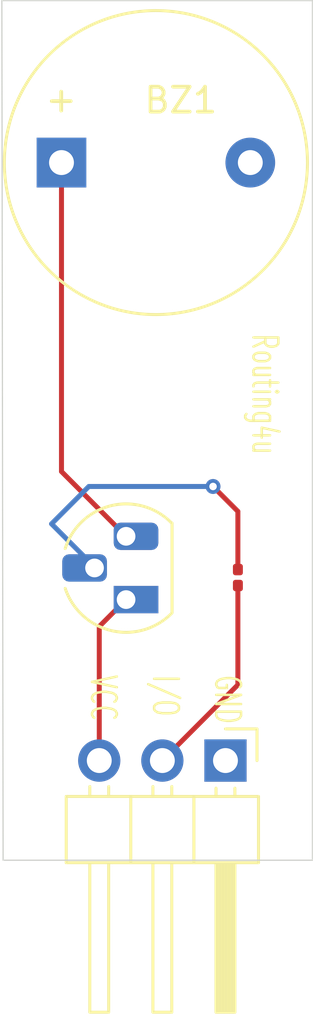
<source format=kicad_pcb>
(kicad_pcb (version 20240108) (generator "pcbnew") (generator_version "8.0")
  (title_block (title "Passive Buzzer Module") (date "2024-07-03") (company "Prine Lee Muhera"))
  (layers (0 "F.Cu" signal) (1 "In1.Cu" power "GND") (2 "In2.Cu" power "PwR") (31 "B.Cu" signal) (34 "B.Paste" user) (35 "F.Paste" user) (36 "B.SilkS" user "B.Silkscreen") (37 "F.SilkS" user "F.Silkscreen") (38 "B.Mask" user) (39 "F.Mask" user) (44 "Edge.Cuts" user))
  (net 0 "")
  (net 1 "Net-(BZ1-+)")
  (net 2 "GND")
  (net 3 "Net-(J1-Pin_2)")
  (net 4 "VCC")
  (net 5 "Net-(Q1-B)")
  (footprint "Buzzer_Beeper:Buzzer_12x9.5RM7.6" (layer "F.Cu") (at 133.4 88.5)
    (property "Reference" "BZ1" (at 4.8 -2.5 0) (layer "F.SilkS"))
    (property "Value" "Buzzer" (hide yes))
    (fp_circle (center 3.8 0) (end 9.9 0) (stroke (width 0.12)) (fill none) (layer "F.SilkS"))
    (fp_text user "+" (at -0.01 -2.54 0) (layer "F.SilkS"))
    (pad "1" thru_hole rect (at 0 0) (size 2 2) (drill 1) (layers "*.Cu" "*.Mask") (net 1 "Net-(BZ1-+)"))
    (pad "2" thru_hole circle (at 7.6 0) (size 2 2) (drill 1) (layers "*.Cu" "*.Mask") (net 2 "GND"))
  )
  (footprint "MountingHole:MountingHole_2.1mm" (layer "F.Cu") (at 137.5 98)
    (property "Reference" "H1" (hide yes))
    (property "Value" "MountingHole" (hide yes))
    (pad "" np_thru_hole circle (at 0 0) (size 2.1 2.1) (drill 2.1) (layers "*.Cu" "*.Mask"))
  )
  (footprint "Package_TO_SOT_THT:TO-92_HandSolder" (layer "F.Cu") (at 136 106.04 90)
    (property "Reference" "Q1" (hide yes))
    (property "Value" "S8550")
    (fp_line (start -0.53 1.85) (end 3.07 1.85) (stroke (width 0.12)) (layer "F.SilkS"))
    (fp_arc (start 2.05 -2.45) (mid 3.769931 -0.601036) (end 3.078445 1.827684) (stroke (width 0.12)) (layer "F.SilkS"))
    (fp_arc (start -0.541875 1.841741) (mid -1.247231 -0.581764) (end 0.45 -2.45) (stroke (width 0.12)) (layer "F.SilkS"))
    (pad "1" thru_hole rect (at 0 0 90) (size 1.1 1.8) (drill 0.75 (offset 0 0.4)) (layers "*.Cu" "*.Mask") (net 4 "VCC"))
    (pad "2" thru_hole roundrect (at 1.27 -1.27 90) (size 1.1 1.8) (drill 0.75 (offset 0 -0.4)) (layers "*.Cu" "*.Mask") (net 5 "Net-(Q1-B)"))
    (pad "3" thru_hole roundrect (at 2.54 0 90) (size 1.1 1.8) (drill 0.75 (offset 0 0.4)) (layers "*.Cu" "*.Mask") (net 1 "Net-(BZ1-+)"))
  )
  (footprint "Resistor_SMD:R_0201_0603Metric" (layer "F.Cu") (at 140.5 105.155 90)
    (property "Reference" "R1" (hide yes))
    (property "Value" "1k")
    (pad "1" smd roundrect (at -0.32 0 90) (size 0.46 0.4) (layers "F.Cu" "F.Mask") (net 3 "Net-(J1-Pin_2)"))
    (pad "2" smd roundrect (at 0.32 0 90) (size 0.46 0.4) (layers "F.Cu" "F.Mask") (net 5 "Net-(Q1-B)"))
  )
  (footprint "Connector_PinHeader_2.54mm:PinHeader_1x03_P2.54mm_Horizontal" (layer "F.Cu") (at 140 112.5 -90)
    (property "Reference" "J1" (hide yes))
    (property "Value" "Conn_01x03_Pin" (hide yes))
    (fp_line (start 1.44 6.41) (end 4.1 6.41) (stroke (width 0.12)) (layer "F.SilkS"))
    (fp_line (start 4.1 6.41) (end 4.1 -1.33) (stroke (width 0.12)) (layer "F.SilkS"))
    (fp_line (start 1.042929 5.46) (end 1.44 5.46) (stroke (width 0.12)) (layer "F.SilkS"))
    (fp_line (start 10.1 5.46) (end 4.1 5.46) (stroke (width 0.12)) (layer "F.SilkS"))
    (fp_line (start 1.042929 4.7) (end 1.44 4.7) (stroke (width 0.12)) (layer "F.SilkS"))
    (fp_line (start 4.1 4.7) (end 10.1 4.7) (stroke (width 0.12)) (layer "F.SilkS"))
    (fp_line (start 10.1 4.7) (end 10.1 5.46) (stroke (width 0.12)) (layer "F.SilkS"))
    (fp_line (start 1.44 3.81) (end 4.1 3.81) (stroke (width 0.12)) (layer "F.SilkS"))
    (fp_line (start 1.042929 2.92) (end 1.44 2.92) (stroke (width 0.12)) (layer "F.SilkS"))
    (fp_line (start 10.1 2.92) (end 4.1 2.92) (stroke (width 0.12)) (layer "F.SilkS"))
    (fp_line (start 1.042929 2.16) (end 1.44 2.16) (stroke (width 0.12)) (layer "F.SilkS"))
    (fp_line (start 4.1 2.16) (end 10.1 2.16) (stroke (width 0.12)) (layer "F.SilkS"))
    (fp_line (start 10.1 2.16) (end 10.1 2.92) (stroke (width 0.12)) (layer "F.SilkS"))
    (fp_line (start 1.44 1.27) (end 4.1 1.27) (stroke (width 0.12)) (layer "F.SilkS"))
    (fp_line (start 1.11 0.38) (end 1.44 0.38) (stroke (width 0.12)) (layer "F.SilkS"))
    (fp_line (start 10.1 0.38) (end 4.1 0.38) (stroke (width 0.12)) (layer "F.SilkS"))
    (fp_line (start 4.1 0.28) (end 10.1 0.28) (stroke (width 0.12)) (layer "F.SilkS"))
    (fp_line (start 4.1 0.16) (end 10.1 0.16) (stroke (width 0.12)) (layer "F.SilkS"))
    (fp_line (start 4.1 0.04) (end 10.1 0.04) (stroke (width 0.12)) (layer "F.SilkS"))
    (fp_line (start -1.27 0) (end -1.27 -1.27) (stroke (width 0.12)) (layer "F.SilkS"))
    (fp_line (start 4.1 -0.08) (end 10.1 -0.08) (stroke (width 0.12)) (layer "F.SilkS"))
    (fp_line (start 4.1 -0.2) (end 10.1 -0.2) (stroke (width 0.12)) (layer "F.SilkS"))
    (fp_line (start 4.1 -0.32) (end 10.1 -0.32) (stroke (width 0.12)) (layer "F.SilkS"))
    (fp_line (start 1.11 -0.38) (end 1.44 -0.38) (stroke (width 0.12)) (layer "F.SilkS"))
    (fp_line (start 4.1 -0.38) (end 10.1 -0.38) (stroke (width 0.12)) (layer "F.SilkS"))
    (fp_line (start 10.1 -0.38) (end 10.1 0.38) (stroke (width 0.12)) (layer "F.SilkS"))
    (fp_line (start -1.27 -1.27) (end 0 -1.27) (stroke (width 0.12)) (layer "F.SilkS"))
    (fp_line (start 1.44 -1.33) (end 1.44 6.41) (stroke (width 0.12)) (layer "F.SilkS"))
    (fp_line (start 4.1 -1.33) (end 1.44 -1.33) (stroke (width 0.12)) (layer "F.SilkS"))
    (pad "1" thru_hole rect (at 0 0 270) (size 1.7 1.7) (drill 1) (layers "*.Cu" "*.Mask") (net 2 "GND"))
    (pad "2" thru_hole oval (at 0 2.54 270) (size 1.7 1.7) (drill 1) (layers "*.Cu" "*.Mask") (net 3 "Net-(J1-Pin_2)"))
    (pad "3" thru_hole oval (at 0 5.08 270) (size 1.7 1.7) (drill 1) (layers "*.Cu" "*.Mask") (net 4 "VCC"))
  )
  (gr_line (start 143.5 82) (end 131 82) (stroke (width 0.05)) (layer "Edge.Cuts"))
  (gr_line (start 143.5 116.5) (end 143.5 82) (stroke (width 0.05)) (layer "Edge.Cuts"))
  (gr_line (start 131.05 116.5) (end 143.5 116.5) (stroke (width 0.05)) (layer "Edge.Cuts"))
  (gr_line (start 131 82) (end 131.05 116.5) (stroke (width 0.05)) (layer "Edge.Cuts"))
  (gr_text "GND" (at 139.5 109 270) (layer "F.SilkS") (effects (font (size 1 0.6444) (thickness 0.1)) (justify left bottom)))
  (gr_text "Routing4u" (at 141 95.3 -90) (layer "F.SilkS") (effects (font (size 1 0.6444) (thickness 0.1)) (justify left bottom)))
  (gr_text "VCC" (at 134.5 109 -90) (layer "F.SilkS") (effects (font (size 1 0.6444) (thickness 0.1)) (justify left bottom)))
  (gr_text "I/O\n" (at 137 109 270) (layer "F.SilkS") (effects (font (size 1 0.6444) (thickness 0.1)) (justify left bottom)))
  (segment (start 133.4 100.9) (end 133.4 88.5) (width 0.2) (layer "F.Cu") (net 1))
  (segment (start 136 103.5) (end 133.4 100.9) (width 0.2) (layer "F.Cu") (net 1))
  (segment (start 140.5 109.46) (end 140.5 105.475) (width 0.2) (layer "F.Cu") (net 3))
  (segment (start 137.46 112.5) (end 140.5 109.46) (width 0.2) (layer "F.Cu") (net 3))
  (segment (start 134.92 107.12) (end 136 106.04) (width 0.2) (layer "F.Cu") (net 4))
  (segment (start 134.92 112.5) (end 134.92 107.12) (width 0.2) (layer "F.Cu") (net 4))
  (segment (start 140.5 104.835) (end 140.5 102.5) (width 0.2) (layer "F.Cu") (net 5))
  (segment (start 140.5 102.5) (end 139.5 101.5) (width 0.2) (layer "F.Cu") (net 5))
  (via (at 139.5 101.5) (size 0.6) (drill 0.3) (layers "F.Cu" "B.Cu") (net 5))
  (segment (start 139.5 101.5) (end 134.5 101.5) (width 0.2) (layer "B.Cu") (net 5))
  (segment (start 134.73 104.73) (end 134.73 104.77) (width 0.2) (layer "B.Cu") (net 5))
  (segment (start 134.5 101.5) (end 133 103) (width 0.2) (layer "B.Cu") (net 5))
  (segment (start 133 103) (end 134.73 104.73) (width 0.2) (layer "B.Cu") (net 5))
)
</source>
